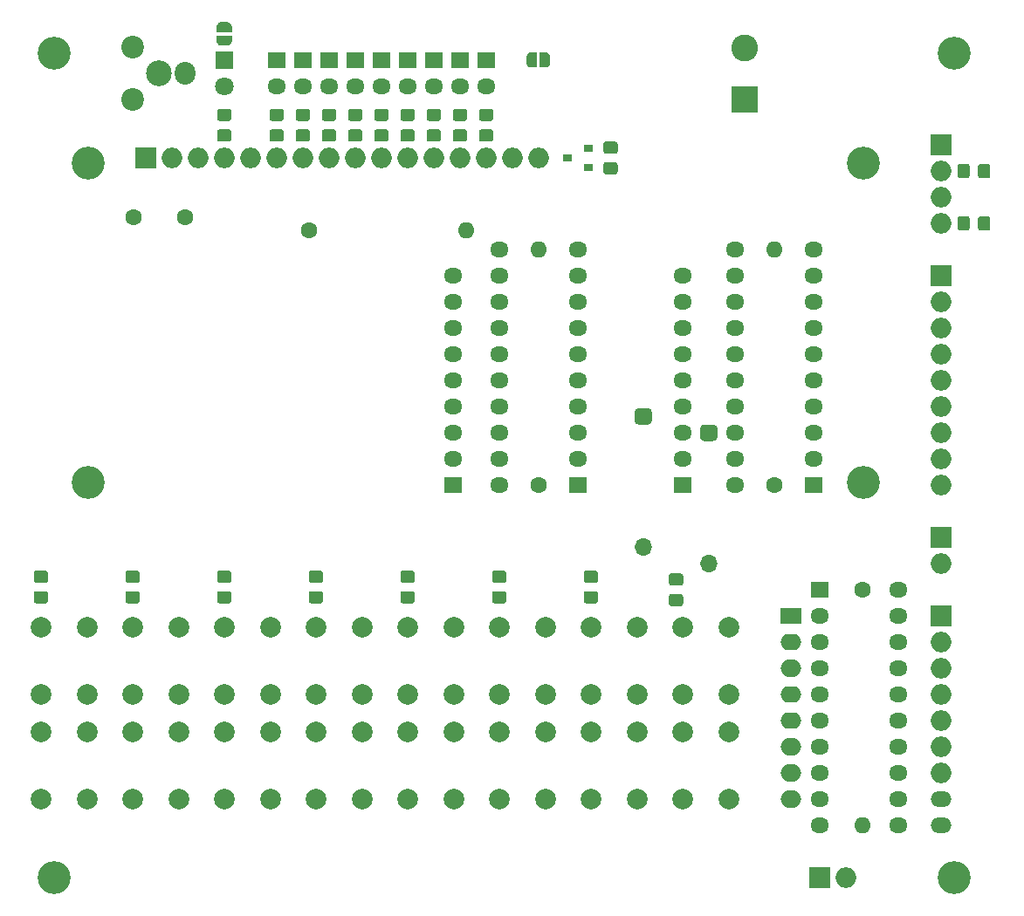
<source format=gbr>
%TF.GenerationSoftware,KiCad,Pcbnew,(5.1.8)-1*%
%TF.CreationDate,2023-09-16T15:22:14+03:00*%
%TF.ProjectId,Ports,506f7274-732e-46b6-9963-61645f706362,rev?*%
%TF.SameCoordinates,Original*%
%TF.FileFunction,Soldermask,Bot*%
%TF.FilePolarity,Negative*%
%FSLAX46Y46*%
G04 Gerber Fmt 4.6, Leading zero omitted, Abs format (unit mm)*
G04 Created by KiCad (PCBNEW (5.1.8)-1) date 2023-09-16 15:22:14*
%MOMM*%
%LPD*%
G01*
G04 APERTURE LIST*
%ADD10R,0.900000X0.800000*%
%ADD11C,1.600000*%
%ADD12O,1.600000X1.600000*%
%ADD13O,2.000000X2.000000*%
%ADD14R,2.000000X2.000000*%
%ADD15C,0.100000*%
%ADD16C,2.000000*%
%ADD17O,1.700000X1.700000*%
%ADD18O,1.800000X1.500000*%
%ADD19R,1.800000X1.500000*%
%ADD20O,2.000000X1.500000*%
%ADD21C,1.800000*%
%ADD22R,1.800000X1.800000*%
%ADD23C,3.200000*%
%ADD24R,2.600000X2.600000*%
%ADD25C,2.600000*%
%ADD26O,2.000000X2.200000*%
%ADD27C,2.200000*%
%ADD28C,2.500000*%
%ADD29R,2.000000X1.600000*%
%ADD30O,2.000000X1.600000*%
%ADD31O,2.000000X1.700000*%
G04 APERTURE END LIST*
%TO.C,R22*%
G36*
G01*
X103054999Y-37230000D02*
X103955001Y-37230000D01*
G75*
G02*
X104205000Y-37479999I0J-249999D01*
G01*
X104205000Y-38180001D01*
G75*
G02*
X103955001Y-38430000I-249999J0D01*
G01*
X103054999Y-38430000D01*
G75*
G02*
X102805000Y-38180001I0J249999D01*
G01*
X102805000Y-37479999D01*
G75*
G02*
X103054999Y-37230000I249999J0D01*
G01*
G37*
G36*
G01*
X103054999Y-35230000D02*
X103955001Y-35230000D01*
G75*
G02*
X104205000Y-35479999I0J-249999D01*
G01*
X104205000Y-36180001D01*
G75*
G02*
X103955001Y-36430000I-249999J0D01*
G01*
X103054999Y-36430000D01*
G75*
G02*
X102805000Y-36180001I0J249999D01*
G01*
X102805000Y-35479999D01*
G75*
G02*
X103054999Y-35230000I249999J0D01*
G01*
G37*
%TD*%
D10*
%TO.C,Q1*%
X99330000Y-36830000D03*
X101330000Y-37780000D03*
X101330000Y-35880000D03*
%TD*%
D11*
%TO.C,C4*%
X57230000Y-42545000D03*
X62230000Y-42545000D03*
%TD*%
D12*
%TO.C,C3*%
X127952500Y-101600000D03*
D11*
X127952500Y-78740000D03*
%TD*%
D12*
%TO.C,C2*%
X119380000Y-45720000D03*
D11*
X119380000Y-68580000D03*
%TD*%
D12*
%TO.C,C1*%
X96520000Y-45720000D03*
D11*
X96520000Y-68580000D03*
%TD*%
D13*
%TO.C,J9*%
X126365000Y-106680000D03*
D14*
X123825000Y-106680000D03*
%TD*%
D15*
%TO.C,JP2*%
G36*
X65290602Y-24130000D02*
G01*
X65290602Y-24105466D01*
X65295412Y-24056635D01*
X65304984Y-24008510D01*
X65319228Y-23961555D01*
X65338005Y-23916222D01*
X65361136Y-23872949D01*
X65388396Y-23832150D01*
X65419524Y-23794221D01*
X65454221Y-23759524D01*
X65492150Y-23728396D01*
X65532949Y-23701136D01*
X65576222Y-23678005D01*
X65621555Y-23659228D01*
X65668510Y-23644984D01*
X65716635Y-23635412D01*
X65765466Y-23630602D01*
X65790000Y-23630602D01*
X65790000Y-23630000D01*
X66290000Y-23630000D01*
X66290000Y-23630602D01*
X66314534Y-23630602D01*
X66363365Y-23635412D01*
X66411490Y-23644984D01*
X66458445Y-23659228D01*
X66503778Y-23678005D01*
X66547051Y-23701136D01*
X66587850Y-23728396D01*
X66625779Y-23759524D01*
X66660476Y-23794221D01*
X66691604Y-23832150D01*
X66718864Y-23872949D01*
X66741995Y-23916222D01*
X66760772Y-23961555D01*
X66775016Y-24008510D01*
X66784588Y-24056635D01*
X66789398Y-24105466D01*
X66789398Y-24130000D01*
X66790000Y-24130000D01*
X66790000Y-24630000D01*
X65290000Y-24630000D01*
X65290000Y-24130000D01*
X65290602Y-24130000D01*
G37*
G36*
X66790000Y-24930000D02*
G01*
X66790000Y-25430000D01*
X66789398Y-25430000D01*
X66789398Y-25454534D01*
X66784588Y-25503365D01*
X66775016Y-25551490D01*
X66760772Y-25598445D01*
X66741995Y-25643778D01*
X66718864Y-25687051D01*
X66691604Y-25727850D01*
X66660476Y-25765779D01*
X66625779Y-25800476D01*
X66587850Y-25831604D01*
X66547051Y-25858864D01*
X66503778Y-25881995D01*
X66458445Y-25900772D01*
X66411490Y-25915016D01*
X66363365Y-25924588D01*
X66314534Y-25929398D01*
X66290000Y-25929398D01*
X66290000Y-25930000D01*
X65790000Y-25930000D01*
X65790000Y-25929398D01*
X65765466Y-25929398D01*
X65716635Y-25924588D01*
X65668510Y-25915016D01*
X65621555Y-25900772D01*
X65576222Y-25881995D01*
X65532949Y-25858864D01*
X65492150Y-25831604D01*
X65454221Y-25800476D01*
X65419524Y-25765779D01*
X65388396Y-25727850D01*
X65361136Y-25687051D01*
X65338005Y-25643778D01*
X65319228Y-25598445D01*
X65304984Y-25551490D01*
X65295412Y-25503365D01*
X65290602Y-25454534D01*
X65290602Y-25430000D01*
X65290000Y-25430000D01*
X65290000Y-24930000D01*
X66790000Y-24930000D01*
G37*
%TD*%
%TO.C,JP1*%
G36*
X97155000Y-26555602D02*
G01*
X97179534Y-26555602D01*
X97228365Y-26560412D01*
X97276490Y-26569984D01*
X97323445Y-26584228D01*
X97368778Y-26603005D01*
X97412051Y-26626136D01*
X97452850Y-26653396D01*
X97490779Y-26684524D01*
X97525476Y-26719221D01*
X97556604Y-26757150D01*
X97583864Y-26797949D01*
X97606995Y-26841222D01*
X97625772Y-26886555D01*
X97640016Y-26933510D01*
X97649588Y-26981635D01*
X97654398Y-27030466D01*
X97654398Y-27055000D01*
X97655000Y-27055000D01*
X97655000Y-27555000D01*
X97654398Y-27555000D01*
X97654398Y-27579534D01*
X97649588Y-27628365D01*
X97640016Y-27676490D01*
X97625772Y-27723445D01*
X97606995Y-27768778D01*
X97583864Y-27812051D01*
X97556604Y-27852850D01*
X97525476Y-27890779D01*
X97490779Y-27925476D01*
X97452850Y-27956604D01*
X97412051Y-27983864D01*
X97368778Y-28006995D01*
X97323445Y-28025772D01*
X97276490Y-28040016D01*
X97228365Y-28049588D01*
X97179534Y-28054398D01*
X97155000Y-28054398D01*
X97155000Y-28055000D01*
X96655000Y-28055000D01*
X96655000Y-26555000D01*
X97155000Y-26555000D01*
X97155000Y-26555602D01*
G37*
G36*
X96355000Y-28055000D02*
G01*
X95855000Y-28055000D01*
X95855000Y-28054398D01*
X95830466Y-28054398D01*
X95781635Y-28049588D01*
X95733510Y-28040016D01*
X95686555Y-28025772D01*
X95641222Y-28006995D01*
X95597949Y-27983864D01*
X95557150Y-27956604D01*
X95519221Y-27925476D01*
X95484524Y-27890779D01*
X95453396Y-27852850D01*
X95426136Y-27812051D01*
X95403005Y-27768778D01*
X95384228Y-27723445D01*
X95369984Y-27676490D01*
X95360412Y-27628365D01*
X95355602Y-27579534D01*
X95355602Y-27555000D01*
X95355000Y-27555000D01*
X95355000Y-27055000D01*
X95355602Y-27055000D01*
X95355602Y-27030466D01*
X95360412Y-26981635D01*
X95369984Y-26933510D01*
X95384228Y-26886555D01*
X95403005Y-26841222D01*
X95426136Y-26797949D01*
X95453396Y-26757150D01*
X95484524Y-26719221D01*
X95519221Y-26684524D01*
X95557150Y-26653396D01*
X95597949Y-26626136D01*
X95641222Y-26603005D01*
X95686555Y-26584228D01*
X95733510Y-26569984D01*
X95781635Y-26560412D01*
X95830466Y-26555602D01*
X95855000Y-26555602D01*
X95855000Y-26555000D01*
X96355000Y-26555000D01*
X96355000Y-28055000D01*
G37*
%TD*%
D16*
%TO.C,D26*%
X48260000Y-82400000D03*
X52760000Y-82400000D03*
X48260000Y-88900000D03*
X52760000Y-88900000D03*
%TD*%
%TO.C,D25*%
X48260000Y-92560000D03*
X52760000Y-92560000D03*
X48260000Y-99060000D03*
X52760000Y-99060000D03*
%TD*%
%TO.C,D24*%
X57150000Y-82400000D03*
X61650000Y-82400000D03*
X57150000Y-88900000D03*
X61650000Y-88900000D03*
%TD*%
%TO.C,D23*%
X57150000Y-92560000D03*
X61650000Y-92560000D03*
X57150000Y-99060000D03*
X61650000Y-99060000D03*
%TD*%
%TO.C,D22*%
X66040000Y-82400000D03*
X70540000Y-82400000D03*
X66040000Y-88900000D03*
X70540000Y-88900000D03*
%TD*%
%TO.C,D21*%
X66040000Y-92560000D03*
X70540000Y-92560000D03*
X66040000Y-99060000D03*
X70540000Y-99060000D03*
%TD*%
%TO.C,D20*%
X74930000Y-82400000D03*
X79430000Y-82400000D03*
X74930000Y-88900000D03*
X79430000Y-88900000D03*
%TD*%
%TO.C,D19*%
X74930000Y-92560000D03*
X79430000Y-92560000D03*
X74930000Y-99060000D03*
X79430000Y-99060000D03*
%TD*%
%TO.C,D18*%
X83820000Y-82400000D03*
X88320000Y-82400000D03*
X83820000Y-88900000D03*
X88320000Y-88900000D03*
%TD*%
%TO.C,D17*%
X83820000Y-92560000D03*
X88320000Y-92560000D03*
X83820000Y-99060000D03*
X88320000Y-99060000D03*
%TD*%
%TO.C,D16*%
X92710000Y-82400000D03*
X97210000Y-82400000D03*
X92710000Y-88900000D03*
X97210000Y-88900000D03*
%TD*%
%TO.C,D15*%
X92710000Y-92560000D03*
X97210000Y-92560000D03*
X92710000Y-99060000D03*
X97210000Y-99060000D03*
%TD*%
%TO.C,D14*%
X101600000Y-82400000D03*
X106100000Y-82400000D03*
X101600000Y-88900000D03*
X106100000Y-88900000D03*
%TD*%
%TO.C,D13*%
X101600000Y-92560000D03*
X106100000Y-92560000D03*
X101600000Y-99060000D03*
X106100000Y-99060000D03*
%TD*%
%TO.C,D12*%
X110490000Y-82400000D03*
X114990000Y-82400000D03*
X110490000Y-88900000D03*
X114990000Y-88900000D03*
%TD*%
%TO.C,D11*%
X110490000Y-92560000D03*
X114990000Y-92560000D03*
X110490000Y-99060000D03*
X114990000Y-99060000D03*
%TD*%
D17*
%TO.C,D28*%
X106680000Y-74612500D03*
G36*
G01*
X106230000Y-61112500D02*
X107130000Y-61112500D01*
G75*
G02*
X107530000Y-61512500I0J-400000D01*
G01*
X107530000Y-62312500D01*
G75*
G02*
X107130000Y-62712500I-400000J0D01*
G01*
X106230000Y-62712500D01*
G75*
G02*
X105830000Y-62312500I0J400000D01*
G01*
X105830000Y-61512500D01*
G75*
G02*
X106230000Y-61112500I400000J0D01*
G01*
G37*
%TD*%
%TO.C,D27*%
X113030000Y-76200000D03*
G36*
G01*
X112580000Y-62700000D02*
X113480000Y-62700000D01*
G75*
G02*
X113880000Y-63100000I0J-400000D01*
G01*
X113880000Y-63900000D01*
G75*
G02*
X113480000Y-64300000I-400000J0D01*
G01*
X112580000Y-64300000D01*
G75*
G02*
X112180000Y-63900000I0J400000D01*
G01*
X112180000Y-63100000D01*
G75*
G02*
X112580000Y-62700000I400000J0D01*
G01*
G37*
%TD*%
D18*
%TO.C,U3*%
X131445000Y-78740000D03*
X123825000Y-101600000D03*
X131445000Y-81280000D03*
X123825000Y-99060000D03*
X131445000Y-83820000D03*
X123825000Y-96520000D03*
X131445000Y-86360000D03*
X123825000Y-93980000D03*
X131445000Y-88900000D03*
X123825000Y-91440000D03*
X131445000Y-91440000D03*
X123825000Y-88900000D03*
X131445000Y-93980000D03*
X123825000Y-86360000D03*
X131445000Y-96520000D03*
X123825000Y-83820000D03*
X131445000Y-99060000D03*
X123825000Y-81280000D03*
X131445000Y-101600000D03*
D19*
X123825000Y-78740000D03*
%TD*%
%TO.C,R21*%
G36*
G01*
X48710001Y-78070000D02*
X47809999Y-78070000D01*
G75*
G02*
X47560000Y-77820001I0J249999D01*
G01*
X47560000Y-77119999D01*
G75*
G02*
X47809999Y-76870000I249999J0D01*
G01*
X48710001Y-76870000D01*
G75*
G02*
X48960000Y-77119999I0J-249999D01*
G01*
X48960000Y-77820001D01*
G75*
G02*
X48710001Y-78070000I-249999J0D01*
G01*
G37*
G36*
G01*
X48710001Y-80070000D02*
X47809999Y-80070000D01*
G75*
G02*
X47560000Y-79820001I0J249999D01*
G01*
X47560000Y-79119999D01*
G75*
G02*
X47809999Y-78870000I249999J0D01*
G01*
X48710001Y-78870000D01*
G75*
G02*
X48960000Y-79119999I0J-249999D01*
G01*
X48960000Y-79820001D01*
G75*
G02*
X48710001Y-80070000I-249999J0D01*
G01*
G37*
%TD*%
%TO.C,R20*%
G36*
G01*
X57600001Y-78070000D02*
X56699999Y-78070000D01*
G75*
G02*
X56450000Y-77820001I0J249999D01*
G01*
X56450000Y-77119999D01*
G75*
G02*
X56699999Y-76870000I249999J0D01*
G01*
X57600001Y-76870000D01*
G75*
G02*
X57850000Y-77119999I0J-249999D01*
G01*
X57850000Y-77820001D01*
G75*
G02*
X57600001Y-78070000I-249999J0D01*
G01*
G37*
G36*
G01*
X57600001Y-80070000D02*
X56699999Y-80070000D01*
G75*
G02*
X56450000Y-79820001I0J249999D01*
G01*
X56450000Y-79119999D01*
G75*
G02*
X56699999Y-78870000I249999J0D01*
G01*
X57600001Y-78870000D01*
G75*
G02*
X57850000Y-79119999I0J-249999D01*
G01*
X57850000Y-79820001D01*
G75*
G02*
X57600001Y-80070000I-249999J0D01*
G01*
G37*
%TD*%
%TO.C,R19*%
G36*
G01*
X66490001Y-78070000D02*
X65589999Y-78070000D01*
G75*
G02*
X65340000Y-77820001I0J249999D01*
G01*
X65340000Y-77119999D01*
G75*
G02*
X65589999Y-76870000I249999J0D01*
G01*
X66490001Y-76870000D01*
G75*
G02*
X66740000Y-77119999I0J-249999D01*
G01*
X66740000Y-77820001D01*
G75*
G02*
X66490001Y-78070000I-249999J0D01*
G01*
G37*
G36*
G01*
X66490001Y-80070000D02*
X65589999Y-80070000D01*
G75*
G02*
X65340000Y-79820001I0J249999D01*
G01*
X65340000Y-79119999D01*
G75*
G02*
X65589999Y-78870000I249999J0D01*
G01*
X66490001Y-78870000D01*
G75*
G02*
X66740000Y-79119999I0J-249999D01*
G01*
X66740000Y-79820001D01*
G75*
G02*
X66490001Y-80070000I-249999J0D01*
G01*
G37*
%TD*%
%TO.C,R18*%
G36*
G01*
X75380001Y-78070000D02*
X74479999Y-78070000D01*
G75*
G02*
X74230000Y-77820001I0J249999D01*
G01*
X74230000Y-77119999D01*
G75*
G02*
X74479999Y-76870000I249999J0D01*
G01*
X75380001Y-76870000D01*
G75*
G02*
X75630000Y-77119999I0J-249999D01*
G01*
X75630000Y-77820001D01*
G75*
G02*
X75380001Y-78070000I-249999J0D01*
G01*
G37*
G36*
G01*
X75380001Y-80070000D02*
X74479999Y-80070000D01*
G75*
G02*
X74230000Y-79820001I0J249999D01*
G01*
X74230000Y-79119999D01*
G75*
G02*
X74479999Y-78870000I249999J0D01*
G01*
X75380001Y-78870000D01*
G75*
G02*
X75630000Y-79119999I0J-249999D01*
G01*
X75630000Y-79820001D01*
G75*
G02*
X75380001Y-80070000I-249999J0D01*
G01*
G37*
%TD*%
%TO.C,R17*%
G36*
G01*
X84270001Y-78070000D02*
X83369999Y-78070000D01*
G75*
G02*
X83120000Y-77820001I0J249999D01*
G01*
X83120000Y-77119999D01*
G75*
G02*
X83369999Y-76870000I249999J0D01*
G01*
X84270001Y-76870000D01*
G75*
G02*
X84520000Y-77119999I0J-249999D01*
G01*
X84520000Y-77820001D01*
G75*
G02*
X84270001Y-78070000I-249999J0D01*
G01*
G37*
G36*
G01*
X84270001Y-80070000D02*
X83369999Y-80070000D01*
G75*
G02*
X83120000Y-79820001I0J249999D01*
G01*
X83120000Y-79119999D01*
G75*
G02*
X83369999Y-78870000I249999J0D01*
G01*
X84270001Y-78870000D01*
G75*
G02*
X84520000Y-79119999I0J-249999D01*
G01*
X84520000Y-79820001D01*
G75*
G02*
X84270001Y-80070000I-249999J0D01*
G01*
G37*
%TD*%
%TO.C,R16*%
G36*
G01*
X93160001Y-78070000D02*
X92259999Y-78070000D01*
G75*
G02*
X92010000Y-77820001I0J249999D01*
G01*
X92010000Y-77119999D01*
G75*
G02*
X92259999Y-76870000I249999J0D01*
G01*
X93160001Y-76870000D01*
G75*
G02*
X93410000Y-77119999I0J-249999D01*
G01*
X93410000Y-77820001D01*
G75*
G02*
X93160001Y-78070000I-249999J0D01*
G01*
G37*
G36*
G01*
X93160001Y-80070000D02*
X92259999Y-80070000D01*
G75*
G02*
X92010000Y-79820001I0J249999D01*
G01*
X92010000Y-79119999D01*
G75*
G02*
X92259999Y-78870000I249999J0D01*
G01*
X93160001Y-78870000D01*
G75*
G02*
X93410000Y-79119999I0J-249999D01*
G01*
X93410000Y-79820001D01*
G75*
G02*
X93160001Y-80070000I-249999J0D01*
G01*
G37*
%TD*%
%TO.C,R15*%
G36*
G01*
X102050001Y-78070000D02*
X101149999Y-78070000D01*
G75*
G02*
X100900000Y-77820001I0J249999D01*
G01*
X100900000Y-77119999D01*
G75*
G02*
X101149999Y-76870000I249999J0D01*
G01*
X102050001Y-76870000D01*
G75*
G02*
X102300000Y-77119999I0J-249999D01*
G01*
X102300000Y-77820001D01*
G75*
G02*
X102050001Y-78070000I-249999J0D01*
G01*
G37*
G36*
G01*
X102050001Y-80070000D02*
X101149999Y-80070000D01*
G75*
G02*
X100900000Y-79820001I0J249999D01*
G01*
X100900000Y-79119999D01*
G75*
G02*
X101149999Y-78870000I249999J0D01*
G01*
X102050001Y-78870000D01*
G75*
G02*
X102300000Y-79119999I0J-249999D01*
G01*
X102300000Y-79820001D01*
G75*
G02*
X102050001Y-80070000I-249999J0D01*
G01*
G37*
%TD*%
%TO.C,R14*%
G36*
G01*
X110305001Y-78340000D02*
X109404999Y-78340000D01*
G75*
G02*
X109155000Y-78090001I0J249999D01*
G01*
X109155000Y-77389999D01*
G75*
G02*
X109404999Y-77140000I249999J0D01*
G01*
X110305001Y-77140000D01*
G75*
G02*
X110555000Y-77389999I0J-249999D01*
G01*
X110555000Y-78090001D01*
G75*
G02*
X110305001Y-78340000I-249999J0D01*
G01*
G37*
G36*
G01*
X110305001Y-80340000D02*
X109404999Y-80340000D01*
G75*
G02*
X109155000Y-80090001I0J249999D01*
G01*
X109155000Y-79389999D01*
G75*
G02*
X109404999Y-79140000I249999J0D01*
G01*
X110305001Y-79140000D01*
G75*
G02*
X110555000Y-79389999I0J-249999D01*
G01*
X110555000Y-80090001D01*
G75*
G02*
X110305001Y-80340000I-249999J0D01*
G01*
G37*
%TD*%
D13*
%TO.C,J7*%
X135572500Y-76200000D03*
D14*
X135572500Y-73660000D03*
%TD*%
D20*
%TO.C,J6*%
X135572500Y-101600000D03*
X135572500Y-99060000D03*
D13*
X135572500Y-96520000D03*
X135572500Y-93980000D03*
X135572500Y-91440000D03*
X135572500Y-88900000D03*
X135572500Y-86360000D03*
X135572500Y-83820000D03*
D14*
X135572500Y-81280000D03*
%TD*%
D12*
%TO.C,R1*%
X89535000Y-43815000D03*
D11*
X74295000Y-43815000D03*
%TD*%
D13*
%TO.C,J1*%
X135572500Y-68580000D03*
X135572500Y-66040000D03*
X135572500Y-63500000D03*
X135572500Y-60960000D03*
X135572500Y-58420000D03*
X135572500Y-55880000D03*
X135572500Y-53340000D03*
X135572500Y-50800000D03*
D14*
X135572500Y-48260000D03*
%TD*%
%TO.C,R13*%
G36*
G01*
X90989999Y-34055000D02*
X91890001Y-34055000D01*
G75*
G02*
X92140000Y-34304999I0J-249999D01*
G01*
X92140000Y-35005001D01*
G75*
G02*
X91890001Y-35255000I-249999J0D01*
G01*
X90989999Y-35255000D01*
G75*
G02*
X90740000Y-35005001I0J249999D01*
G01*
X90740000Y-34304999D01*
G75*
G02*
X90989999Y-34055000I249999J0D01*
G01*
G37*
G36*
G01*
X90989999Y-32055000D02*
X91890001Y-32055000D01*
G75*
G02*
X92140000Y-32304999I0J-249999D01*
G01*
X92140000Y-33005001D01*
G75*
G02*
X91890001Y-33255000I-249999J0D01*
G01*
X90989999Y-33255000D01*
G75*
G02*
X90740000Y-33005001I0J249999D01*
G01*
X90740000Y-32304999D01*
G75*
G02*
X90989999Y-32055000I249999J0D01*
G01*
G37*
%TD*%
%TO.C,R12*%
G36*
G01*
X65589999Y-34055000D02*
X66490001Y-34055000D01*
G75*
G02*
X66740000Y-34304999I0J-249999D01*
G01*
X66740000Y-35005001D01*
G75*
G02*
X66490001Y-35255000I-249999J0D01*
G01*
X65589999Y-35255000D01*
G75*
G02*
X65340000Y-35005001I0J249999D01*
G01*
X65340000Y-34304999D01*
G75*
G02*
X65589999Y-34055000I249999J0D01*
G01*
G37*
G36*
G01*
X65589999Y-32055000D02*
X66490001Y-32055000D01*
G75*
G02*
X66740000Y-32304999I0J-249999D01*
G01*
X66740000Y-33005001D01*
G75*
G02*
X66490001Y-33255000I-249999J0D01*
G01*
X65589999Y-33255000D01*
G75*
G02*
X65340000Y-33005001I0J249999D01*
G01*
X65340000Y-32304999D01*
G75*
G02*
X65589999Y-32055000I249999J0D01*
G01*
G37*
%TD*%
%TO.C,R11*%
G36*
G01*
X88449999Y-34055000D02*
X89350001Y-34055000D01*
G75*
G02*
X89600000Y-34304999I0J-249999D01*
G01*
X89600000Y-35005001D01*
G75*
G02*
X89350001Y-35255000I-249999J0D01*
G01*
X88449999Y-35255000D01*
G75*
G02*
X88200000Y-35005001I0J249999D01*
G01*
X88200000Y-34304999D01*
G75*
G02*
X88449999Y-34055000I249999J0D01*
G01*
G37*
G36*
G01*
X88449999Y-32055000D02*
X89350001Y-32055000D01*
G75*
G02*
X89600000Y-32304999I0J-249999D01*
G01*
X89600000Y-33005001D01*
G75*
G02*
X89350001Y-33255000I-249999J0D01*
G01*
X88449999Y-33255000D01*
G75*
G02*
X88200000Y-33005001I0J249999D01*
G01*
X88200000Y-32304999D01*
G75*
G02*
X88449999Y-32055000I249999J0D01*
G01*
G37*
%TD*%
%TO.C,R10*%
G36*
G01*
X70669999Y-34055000D02*
X71570001Y-34055000D01*
G75*
G02*
X71820000Y-34304999I0J-249999D01*
G01*
X71820000Y-35005001D01*
G75*
G02*
X71570001Y-35255000I-249999J0D01*
G01*
X70669999Y-35255000D01*
G75*
G02*
X70420000Y-35005001I0J249999D01*
G01*
X70420000Y-34304999D01*
G75*
G02*
X70669999Y-34055000I249999J0D01*
G01*
G37*
G36*
G01*
X70669999Y-32055000D02*
X71570001Y-32055000D01*
G75*
G02*
X71820000Y-32304999I0J-249999D01*
G01*
X71820000Y-33005001D01*
G75*
G02*
X71570001Y-33255000I-249999J0D01*
G01*
X70669999Y-33255000D01*
G75*
G02*
X70420000Y-33005001I0J249999D01*
G01*
X70420000Y-32304999D01*
G75*
G02*
X70669999Y-32055000I249999J0D01*
G01*
G37*
%TD*%
%TO.C,R9*%
G36*
G01*
X85909999Y-34055000D02*
X86810001Y-34055000D01*
G75*
G02*
X87060000Y-34304999I0J-249999D01*
G01*
X87060000Y-35005001D01*
G75*
G02*
X86810001Y-35255000I-249999J0D01*
G01*
X85909999Y-35255000D01*
G75*
G02*
X85660000Y-35005001I0J249999D01*
G01*
X85660000Y-34304999D01*
G75*
G02*
X85909999Y-34055000I249999J0D01*
G01*
G37*
G36*
G01*
X85909999Y-32055000D02*
X86810001Y-32055000D01*
G75*
G02*
X87060000Y-32304999I0J-249999D01*
G01*
X87060000Y-33005001D01*
G75*
G02*
X86810001Y-33255000I-249999J0D01*
G01*
X85909999Y-33255000D01*
G75*
G02*
X85660000Y-33005001I0J249999D01*
G01*
X85660000Y-32304999D01*
G75*
G02*
X85909999Y-32055000I249999J0D01*
G01*
G37*
%TD*%
%TO.C,R8*%
G36*
G01*
X83369999Y-34055000D02*
X84270001Y-34055000D01*
G75*
G02*
X84520000Y-34304999I0J-249999D01*
G01*
X84520000Y-35005001D01*
G75*
G02*
X84270001Y-35255000I-249999J0D01*
G01*
X83369999Y-35255000D01*
G75*
G02*
X83120000Y-35005001I0J249999D01*
G01*
X83120000Y-34304999D01*
G75*
G02*
X83369999Y-34055000I249999J0D01*
G01*
G37*
G36*
G01*
X83369999Y-32055000D02*
X84270001Y-32055000D01*
G75*
G02*
X84520000Y-32304999I0J-249999D01*
G01*
X84520000Y-33005001D01*
G75*
G02*
X84270001Y-33255000I-249999J0D01*
G01*
X83369999Y-33255000D01*
G75*
G02*
X83120000Y-33005001I0J249999D01*
G01*
X83120000Y-32304999D01*
G75*
G02*
X83369999Y-32055000I249999J0D01*
G01*
G37*
%TD*%
%TO.C,R7*%
G36*
G01*
X80829999Y-34055000D02*
X81730001Y-34055000D01*
G75*
G02*
X81980000Y-34304999I0J-249999D01*
G01*
X81980000Y-35005001D01*
G75*
G02*
X81730001Y-35255000I-249999J0D01*
G01*
X80829999Y-35255000D01*
G75*
G02*
X80580000Y-35005001I0J249999D01*
G01*
X80580000Y-34304999D01*
G75*
G02*
X80829999Y-34055000I249999J0D01*
G01*
G37*
G36*
G01*
X80829999Y-32055000D02*
X81730001Y-32055000D01*
G75*
G02*
X81980000Y-32304999I0J-249999D01*
G01*
X81980000Y-33005001D01*
G75*
G02*
X81730001Y-33255000I-249999J0D01*
G01*
X80829999Y-33255000D01*
G75*
G02*
X80580000Y-33005001I0J249999D01*
G01*
X80580000Y-32304999D01*
G75*
G02*
X80829999Y-32055000I249999J0D01*
G01*
G37*
%TD*%
%TO.C,R6*%
G36*
G01*
X78289999Y-34055000D02*
X79190001Y-34055000D01*
G75*
G02*
X79440000Y-34304999I0J-249999D01*
G01*
X79440000Y-35005001D01*
G75*
G02*
X79190001Y-35255000I-249999J0D01*
G01*
X78289999Y-35255000D01*
G75*
G02*
X78040000Y-35005001I0J249999D01*
G01*
X78040000Y-34304999D01*
G75*
G02*
X78289999Y-34055000I249999J0D01*
G01*
G37*
G36*
G01*
X78289999Y-32055000D02*
X79190001Y-32055000D01*
G75*
G02*
X79440000Y-32304999I0J-249999D01*
G01*
X79440000Y-33005001D01*
G75*
G02*
X79190001Y-33255000I-249999J0D01*
G01*
X78289999Y-33255000D01*
G75*
G02*
X78040000Y-33005001I0J249999D01*
G01*
X78040000Y-32304999D01*
G75*
G02*
X78289999Y-32055000I249999J0D01*
G01*
G37*
%TD*%
%TO.C,R5*%
G36*
G01*
X75749999Y-34055000D02*
X76650001Y-34055000D01*
G75*
G02*
X76900000Y-34304999I0J-249999D01*
G01*
X76900000Y-35005001D01*
G75*
G02*
X76650001Y-35255000I-249999J0D01*
G01*
X75749999Y-35255000D01*
G75*
G02*
X75500000Y-35005001I0J249999D01*
G01*
X75500000Y-34304999D01*
G75*
G02*
X75749999Y-34055000I249999J0D01*
G01*
G37*
G36*
G01*
X75749999Y-32055000D02*
X76650001Y-32055000D01*
G75*
G02*
X76900000Y-32304999I0J-249999D01*
G01*
X76900000Y-33005001D01*
G75*
G02*
X76650001Y-33255000I-249999J0D01*
G01*
X75749999Y-33255000D01*
G75*
G02*
X75500000Y-33005001I0J249999D01*
G01*
X75500000Y-32304999D01*
G75*
G02*
X75749999Y-32055000I249999J0D01*
G01*
G37*
%TD*%
%TO.C,R4*%
G36*
G01*
X73209999Y-34055000D02*
X74110001Y-34055000D01*
G75*
G02*
X74360000Y-34304999I0J-249999D01*
G01*
X74360000Y-35005001D01*
G75*
G02*
X74110001Y-35255000I-249999J0D01*
G01*
X73209999Y-35255000D01*
G75*
G02*
X72960000Y-35005001I0J249999D01*
G01*
X72960000Y-34304999D01*
G75*
G02*
X73209999Y-34055000I249999J0D01*
G01*
G37*
G36*
G01*
X73209999Y-32055000D02*
X74110001Y-32055000D01*
G75*
G02*
X74360000Y-32304999I0J-249999D01*
G01*
X74360000Y-33005001D01*
G75*
G02*
X74110001Y-33255000I-249999J0D01*
G01*
X73209999Y-33255000D01*
G75*
G02*
X72960000Y-33005001I0J249999D01*
G01*
X72960000Y-32304999D01*
G75*
G02*
X73209999Y-32055000I249999J0D01*
G01*
G37*
%TD*%
D13*
%TO.C,J5*%
X135572500Y-43180000D03*
X135572500Y-40640000D03*
X135572500Y-38100000D03*
D14*
X135572500Y-35560000D03*
%TD*%
D18*
%TO.C,D10*%
X91440000Y-29845000D03*
D19*
X91440000Y-27305000D03*
%TD*%
D21*
%TO.C,D9*%
X66040000Y-29845000D03*
D22*
X66040000Y-27305000D03*
%TD*%
D18*
%TO.C,D8*%
X88900000Y-29845000D03*
D19*
X88900000Y-27305000D03*
%TD*%
D18*
%TO.C,D7*%
X71120000Y-29845000D03*
D19*
X71120000Y-27305000D03*
%TD*%
D18*
%TO.C,D6*%
X86360000Y-29845000D03*
D19*
X86360000Y-27305000D03*
%TD*%
D18*
%TO.C,D5*%
X83820000Y-29845000D03*
D19*
X83820000Y-27305000D03*
%TD*%
D18*
%TO.C,D4*%
X81280000Y-29845000D03*
D19*
X81280000Y-27305000D03*
%TD*%
D18*
%TO.C,D3*%
X78740000Y-29845000D03*
D19*
X78740000Y-27305000D03*
%TD*%
D18*
%TO.C,D2*%
X76200000Y-29845000D03*
D19*
X76200000Y-27305000D03*
%TD*%
D18*
%TO.C,D1*%
X73660000Y-29845000D03*
D19*
X73660000Y-27305000D03*
%TD*%
%TO.C,R3*%
G36*
G01*
X139147500Y-38550001D02*
X139147500Y-37649999D01*
G75*
G02*
X139397499Y-37400000I249999J0D01*
G01*
X140097501Y-37400000D01*
G75*
G02*
X140347500Y-37649999I0J-249999D01*
G01*
X140347500Y-38550001D01*
G75*
G02*
X140097501Y-38800000I-249999J0D01*
G01*
X139397499Y-38800000D01*
G75*
G02*
X139147500Y-38550001I0J249999D01*
G01*
G37*
G36*
G01*
X137147500Y-38550001D02*
X137147500Y-37649999D01*
G75*
G02*
X137397499Y-37400000I249999J0D01*
G01*
X138097501Y-37400000D01*
G75*
G02*
X138347500Y-37649999I0J-249999D01*
G01*
X138347500Y-38550001D01*
G75*
G02*
X138097501Y-38800000I-249999J0D01*
G01*
X137397499Y-38800000D01*
G75*
G02*
X137147500Y-38550001I0J249999D01*
G01*
G37*
%TD*%
%TO.C,R2*%
G36*
G01*
X139147500Y-43630001D02*
X139147500Y-42729999D01*
G75*
G02*
X139397499Y-42480000I249999J0D01*
G01*
X140097501Y-42480000D01*
G75*
G02*
X140347500Y-42729999I0J-249999D01*
G01*
X140347500Y-43630001D01*
G75*
G02*
X140097501Y-43880000I-249999J0D01*
G01*
X139397499Y-43880000D01*
G75*
G02*
X139147500Y-43630001I0J249999D01*
G01*
G37*
G36*
G01*
X137147500Y-43630001D02*
X137147500Y-42729999D01*
G75*
G02*
X137397499Y-42480000I249999J0D01*
G01*
X138097501Y-42480000D01*
G75*
G02*
X138347500Y-42729999I0J-249999D01*
G01*
X138347500Y-43630001D01*
G75*
G02*
X138097501Y-43880000I-249999J0D01*
G01*
X137397499Y-43880000D01*
G75*
G02*
X137147500Y-43630001I0J249999D01*
G01*
G37*
%TD*%
D23*
%TO.C,H8*%
X128016000Y-68326000D03*
%TD*%
%TO.C,H7*%
X128016000Y-37338000D03*
%TD*%
%TO.C,H6*%
X52832000Y-68326000D03*
%TD*%
%TO.C,H5*%
X52832000Y-37338000D03*
%TD*%
%TO.C,H4*%
X136842500Y-106680000D03*
%TD*%
%TO.C,H3*%
X136842500Y-26670000D03*
%TD*%
%TO.C,H2*%
X49530000Y-106680000D03*
%TD*%
%TO.C,H1*%
X49530000Y-26670000D03*
%TD*%
D13*
%TO.C,DS1*%
X96520000Y-36830000D03*
X93980000Y-36830000D03*
X91440000Y-36830000D03*
X88900000Y-36830000D03*
X86360000Y-36830000D03*
X83820000Y-36830000D03*
X81280000Y-36830000D03*
X78740000Y-36830000D03*
X76200000Y-36830000D03*
X73660000Y-36830000D03*
X71120000Y-36830000D03*
X68580000Y-36830000D03*
X66040000Y-36830000D03*
X63500000Y-36830000D03*
X60960000Y-36830000D03*
D14*
X58420000Y-36830000D03*
%TD*%
D18*
%TO.C,J2*%
X110490000Y-48260000D03*
X110490000Y-50800000D03*
X110490000Y-53340000D03*
X110490000Y-55880000D03*
X110490000Y-58420000D03*
X110490000Y-60960000D03*
X110490000Y-63500000D03*
X110490000Y-66040000D03*
D19*
X110490000Y-68580000D03*
%TD*%
%TO.C,J3*%
X88265000Y-68580000D03*
D18*
X88265000Y-66040000D03*
X88265000Y-63500000D03*
X88265000Y-60960000D03*
X88265000Y-58420000D03*
X88265000Y-55880000D03*
X88265000Y-53340000D03*
X88265000Y-50800000D03*
X88265000Y-48260000D03*
%TD*%
D24*
%TO.C,J4*%
X116522500Y-31115000D03*
D25*
X116522500Y-26115000D03*
%TD*%
D26*
%TO.C,RV1*%
X62230000Y-28575000D03*
D27*
X57150000Y-26035000D03*
X57150000Y-31115000D03*
D28*
X59690000Y-28575000D03*
%TD*%
D19*
%TO.C,U1*%
X123190000Y-68580000D03*
D18*
X115570000Y-45720000D03*
X123190000Y-66040000D03*
X115570000Y-48260000D03*
X123190000Y-63500000D03*
X115570000Y-50800000D03*
X123190000Y-60960000D03*
X115570000Y-53340000D03*
X123190000Y-58420000D03*
X115570000Y-55880000D03*
X123190000Y-55880000D03*
X115570000Y-58420000D03*
X123190000Y-53340000D03*
X115570000Y-60960000D03*
X123190000Y-50800000D03*
X115570000Y-63500000D03*
X123190000Y-48260000D03*
X115570000Y-66040000D03*
X123190000Y-45720000D03*
X115570000Y-68580000D03*
%TD*%
%TO.C,U2*%
X92710000Y-68580000D03*
X100330000Y-45720000D03*
X92710000Y-66040000D03*
X100330000Y-48260000D03*
X92710000Y-63500000D03*
X100330000Y-50800000D03*
X92710000Y-60960000D03*
X100330000Y-53340000D03*
X92710000Y-58420000D03*
X100330000Y-55880000D03*
X92710000Y-55880000D03*
X100330000Y-58420000D03*
X92710000Y-53340000D03*
X100330000Y-60960000D03*
X92710000Y-50800000D03*
X100330000Y-63500000D03*
X92710000Y-48260000D03*
X100330000Y-66040000D03*
X92710000Y-45720000D03*
D19*
X100330000Y-68580000D03*
%TD*%
D29*
%TO.C,J8*%
X120967500Y-81280000D03*
D30*
X120967500Y-83820000D03*
D31*
X120967500Y-86360000D03*
D30*
X120967500Y-88900000D03*
X120967500Y-91440000D03*
D31*
X120967500Y-93980000D03*
X120967500Y-96520000D03*
X120967500Y-99060000D03*
%TD*%
M02*

</source>
